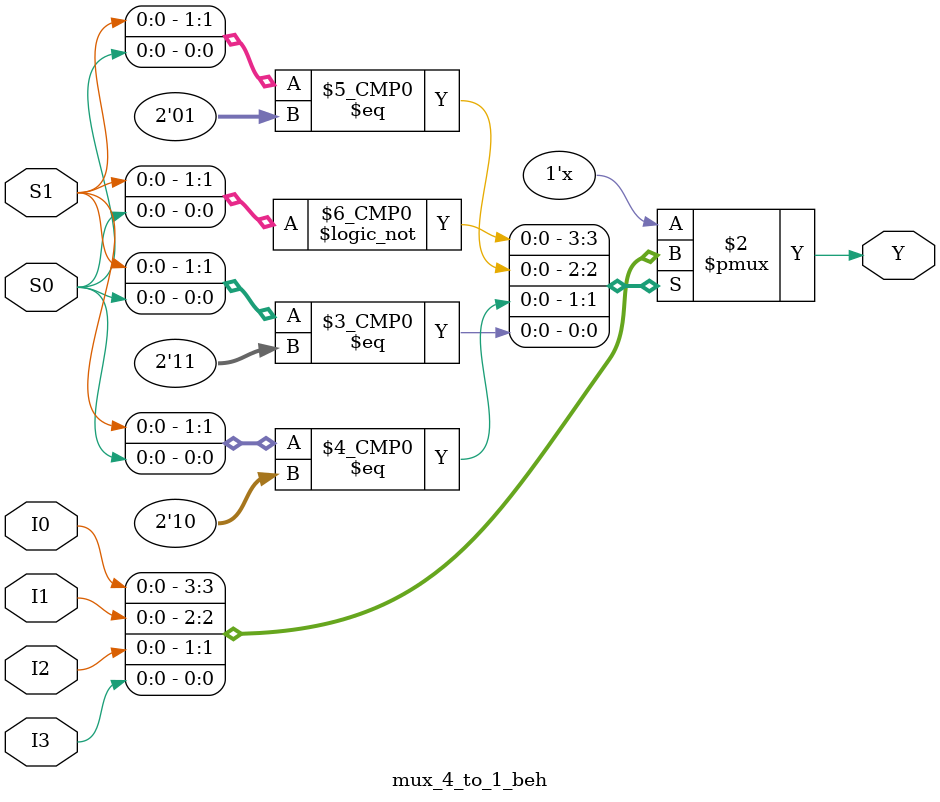
<source format=v>

module mux_4_to_1_beh(Y, I0, I1, I2, I3, S1, S0);
output Y; input I0, I1, I2, I3; input S1, S0; reg Y;
always @ (I0, I1, I2, I3, S1, S0)
begin
case ({S1, S0})
2'b00 : begin Y = I0; end
2'b01 : begin Y = I1; end
2'b10 : begin Y = I2; end
2'b11 : begin Y = I3; end
endcase
end
endmodule
</source>
